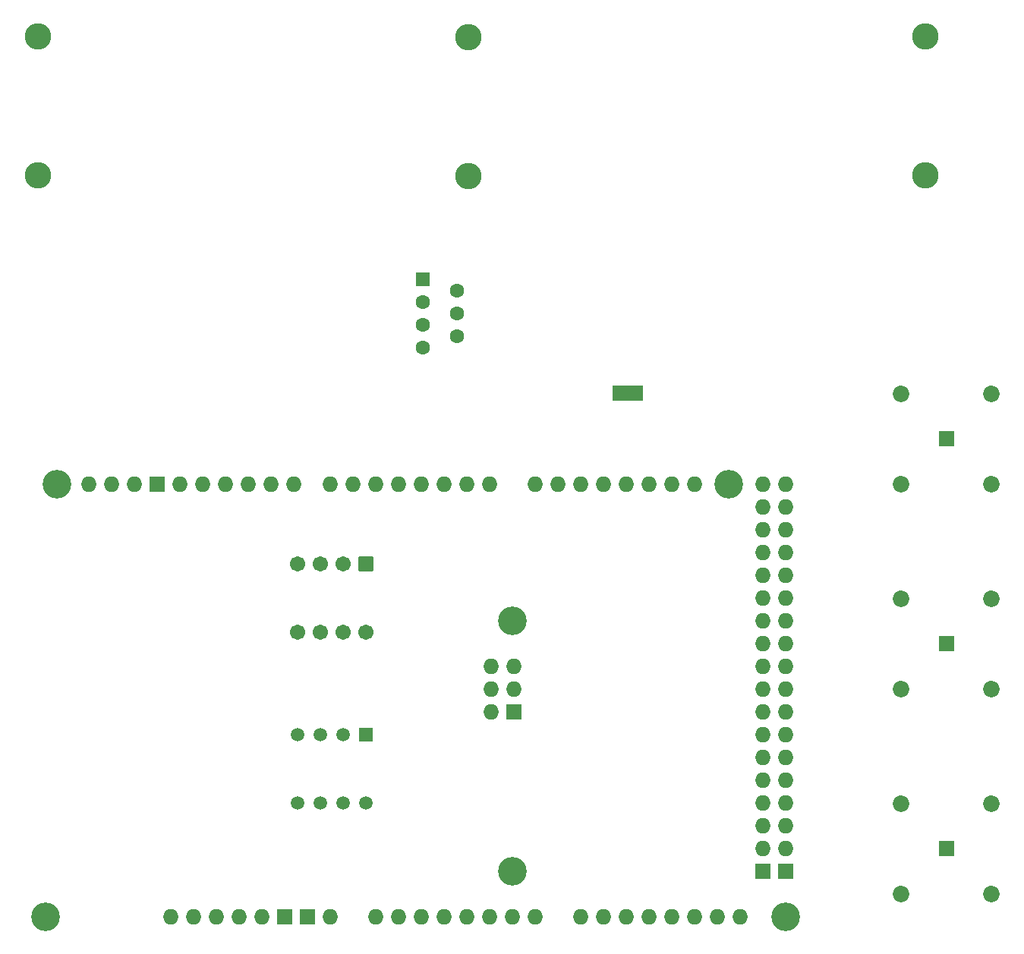
<source format=gbr>
%TF.GenerationSoftware,KiCad,Pcbnew,7.0.9*%
%TF.CreationDate,2024-01-29T19:21:26-08:00*%
%TF.ProjectId,V2_rampGen,56325f72-616d-4704-9765-6e2e6b696361,rev?*%
%TF.SameCoordinates,Original*%
%TF.FileFunction,Soldermask,Top*%
%TF.FilePolarity,Negative*%
%FSLAX46Y46*%
G04 Gerber Fmt 4.6, Leading zero omitted, Abs format (unit mm)*
G04 Created by KiCad (PCBNEW 7.0.9) date 2024-01-29 19:21:26*
%MOMM*%
%LPD*%
G01*
G04 APERTURE LIST*
G04 Aperture macros list*
%AMRoundRect*
0 Rectangle with rounded corners*
0 $1 Rounding radius*
0 $2 $3 $4 $5 $6 $7 $8 $9 X,Y pos of 4 corners*
0 Add a 4 corners polygon primitive as box body*
4,1,4,$2,$3,$4,$5,$6,$7,$8,$9,$2,$3,0*
0 Add four circle primitives for the rounded corners*
1,1,$1+$1,$2,$3*
1,1,$1+$1,$4,$5*
1,1,$1+$1,$6,$7*
1,1,$1+$1,$8,$9*
0 Add four rect primitives between the rounded corners*
20,1,$1+$1,$2,$3,$4,$5,0*
20,1,$1+$1,$4,$5,$6,$7,0*
20,1,$1+$1,$6,$7,$8,$9,0*
20,1,$1+$1,$8,$9,$2,$3,0*%
G04 Aperture macros list end*
%ADD10C,2.950000*%
%ADD11R,1.700000X1.700000*%
%ADD12C,1.850000*%
%ADD13R,1.600000X1.600000*%
%ADD14C,1.600000*%
%ADD15R,3.430000X1.780000*%
%ADD16C,3.200000*%
%ADD17O,1.727200X1.727200*%
%ADD18R,1.727200X1.727200*%
%ADD19R,1.500000X1.500000*%
%ADD20C,1.500000*%
%ADD21RoundRect,0.102000X-0.749300X0.749300X-0.749300X-0.749300X0.749300X-0.749300X0.749300X0.749300X0*%
%ADD22C,1.702600*%
G04 APERTURE END LIST*
D10*
%TO.C,J8*%
X114300000Y-44063333D03*
X114300000Y-59563333D03*
%TD*%
%TO.C,J9*%
X66297223Y-43970904D03*
X66297223Y-59470904D03*
%TD*%
D11*
%TO.C,J7*%
X167640000Y-134620000D03*
D12*
X162590020Y-129570020D03*
X172689980Y-129570020D03*
X162590020Y-139670030D03*
X172689980Y-139670030D03*
%TD*%
D11*
%TO.C,J6*%
X167640000Y-111760000D03*
D12*
X162590020Y-106710020D03*
X172689980Y-106710020D03*
X162590020Y-116810030D03*
X172689980Y-116810030D03*
%TD*%
D10*
%TO.C,J5*%
X165317927Y-44035314D03*
X165317927Y-59535314D03*
%TD*%
D13*
%TO.C,U1*%
X109220000Y-71120000D03*
D14*
X113030000Y-72390000D03*
X109220000Y-73660000D03*
X113030000Y-74930000D03*
X109220000Y-76200000D03*
X113030000Y-77470000D03*
X109220000Y-78740000D03*
%TD*%
D15*
%TO.C,J2*%
X132080000Y-83820000D03*
%TD*%
D16*
%TO.C,A1*%
X67183000Y-142240000D03*
X68453000Y-93980000D03*
D17*
X81153000Y-142240000D03*
D16*
X119253000Y-109220000D03*
X119253000Y-137160000D03*
X143383000Y-93980000D03*
X149733000Y-142240000D03*
D17*
X88773000Y-142240000D03*
X91313000Y-142240000D03*
X119380000Y-114300000D03*
X147193000Y-93980000D03*
X149733000Y-93980000D03*
X104013000Y-142240000D03*
X106553000Y-142240000D03*
X109093000Y-142240000D03*
X111633000Y-142240000D03*
X114173000Y-142240000D03*
X116713000Y-142240000D03*
X119253000Y-142240000D03*
X121793000Y-142240000D03*
X126873000Y-142240000D03*
X129413000Y-142240000D03*
X131953000Y-142240000D03*
X134493000Y-142240000D03*
X77089000Y-93980000D03*
X142113000Y-142240000D03*
X144653000Y-142240000D03*
X116713000Y-93980000D03*
X114173000Y-93980000D03*
X111633000Y-93980000D03*
X109093000Y-93980000D03*
X106553000Y-93980000D03*
X104013000Y-93980000D03*
X101473000Y-93980000D03*
X98933000Y-93980000D03*
X94869000Y-93980000D03*
X92329000Y-93980000D03*
X89789000Y-93980000D03*
X87249000Y-93980000D03*
X84709000Y-93980000D03*
X82169000Y-93980000D03*
X121793000Y-93980000D03*
X124333000Y-93980000D03*
X126873000Y-93980000D03*
X129413000Y-93980000D03*
X131953000Y-93980000D03*
X134493000Y-93980000D03*
X137033000Y-93980000D03*
X139573000Y-93980000D03*
X147193000Y-96520000D03*
X149733000Y-96520000D03*
X147193000Y-99060000D03*
X149733000Y-99060000D03*
X147193000Y-101600000D03*
X149733000Y-101600000D03*
X147193000Y-104140000D03*
X149733000Y-104140000D03*
X147193000Y-106680000D03*
X149733000Y-106680000D03*
X147193000Y-109220000D03*
X149733000Y-109220000D03*
X147193000Y-111760000D03*
X149733000Y-111760000D03*
X147193000Y-114300000D03*
X149733000Y-114300000D03*
X147193000Y-116840000D03*
X149733000Y-116840000D03*
X147193000Y-119380000D03*
X149733000Y-119380000D03*
X147193000Y-121920000D03*
X149733000Y-121920000D03*
X147193000Y-124460000D03*
X149733000Y-124460000D03*
X147193000Y-127000000D03*
X149733000Y-127000000D03*
X147193000Y-129540000D03*
X149733000Y-129540000D03*
X147193000Y-132080000D03*
X149733000Y-132080000D03*
X147193000Y-134620000D03*
X149733000Y-134620000D03*
X137033000Y-142240000D03*
X139573000Y-142240000D03*
D18*
X79629000Y-93980000D03*
X93853000Y-142240000D03*
X96393000Y-142240000D03*
X119380000Y-119380000D03*
X147193000Y-137160000D03*
X149733000Y-137160000D03*
D17*
X83693000Y-142240000D03*
X116840000Y-114300000D03*
X119380000Y-116840000D03*
X86233000Y-142240000D03*
X116840000Y-119380000D03*
X116840000Y-116840000D03*
X72009000Y-93980000D03*
X74549000Y-93980000D03*
X98933000Y-142240000D03*
%TD*%
D11*
%TO.C,J4*%
X167640000Y-88899990D03*
D12*
X162590020Y-83850010D03*
X172689980Y-83850010D03*
X162590020Y-93950020D03*
X172689980Y-93950020D03*
%TD*%
D19*
%TO.C,U2*%
X102870000Y-121920000D03*
D20*
X100330000Y-121920000D03*
X97790000Y-121920000D03*
X95250000Y-121920000D03*
X95250000Y-129540000D03*
X97790000Y-129540000D03*
X100330000Y-129540000D03*
X102870000Y-129540000D03*
%TD*%
D21*
%TO.C,U3*%
X102870000Y-102870000D03*
D22*
X100330000Y-102870000D03*
X97790000Y-102870000D03*
X95250000Y-102870000D03*
X95250000Y-110490000D03*
X97790000Y-110490000D03*
X100330000Y-110490000D03*
X102870000Y-110490000D03*
%TD*%
M02*

</source>
